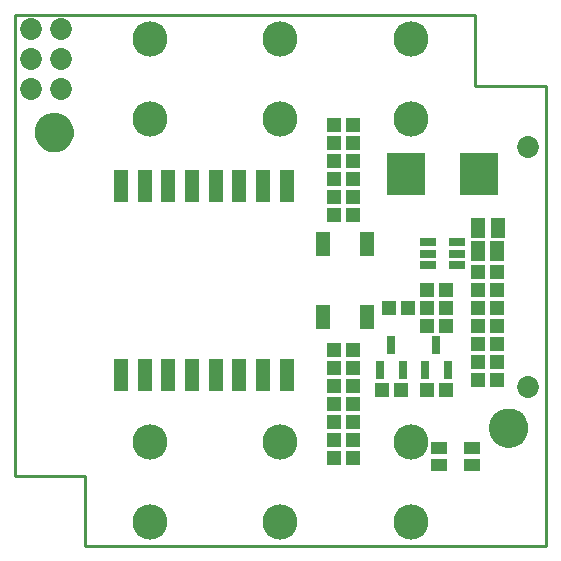
<source format=gbr>
G04 EAGLE Gerber RS-274X export*
G75*
%MOMM*%
%FSLAX34Y34*%
%LPD*%
%INSoldermask Top*%
%IPPOS*%
%AMOC8*
5,1,8,0,0,1.08239X$1,22.5*%
G01*
%ADD10C,3.251200*%
%ADD11R,1.153200X1.203200*%
%ADD12R,1.173200X1.673200*%
%ADD13R,1.403200X0.803200*%
%ADD14R,3.203200X3.603200*%
%ADD15R,1.403200X1.103200*%
%ADD16R,1.303200X2.803200*%
%ADD17R,0.803200X1.503200*%
%ADD18C,1.853200*%
%ADD19R,1.303200X2.003200*%
%ADD20C,2.978200*%
%ADD21C,0.254000*%


D10*
X417830Y100330D03*
X33020Y350520D03*
D11*
X286130Y166370D03*
X270130Y166370D03*
D12*
X408940Y269240D03*
X392340Y269240D03*
X408350Y249510D03*
X391750Y249510D03*
D11*
X408050Y232410D03*
X392050Y232410D03*
X348870Y201930D03*
X364870Y201930D03*
X392050Y156210D03*
X408050Y156210D03*
X348870Y186690D03*
X364870Y186690D03*
X408050Y186690D03*
X392050Y186690D03*
D13*
X349450Y257150D03*
X349450Y247650D03*
X349450Y238150D03*
X374450Y238150D03*
X374450Y247650D03*
X374450Y257150D03*
D14*
X330950Y314960D03*
X392950Y314960D03*
D15*
X387380Y68950D03*
X359380Y68950D03*
X359380Y83450D03*
X387380Y83450D03*
D16*
X90020Y144790D03*
X110020Y144790D03*
X130020Y144790D03*
X150020Y144790D03*
X170020Y144790D03*
X190020Y144790D03*
X210020Y144790D03*
X230020Y144790D03*
X230020Y304790D03*
X210020Y304790D03*
X190020Y304790D03*
X170020Y304790D03*
X150020Y304790D03*
X130020Y304790D03*
X110020Y304790D03*
X90020Y304790D03*
D17*
X309270Y149520D03*
X328270Y149520D03*
X318770Y170520D03*
X347370Y149520D03*
X366370Y149520D03*
X356870Y170520D03*
D11*
X286130Y151130D03*
X270130Y151130D03*
X270130Y295910D03*
X286130Y295910D03*
X270130Y311150D03*
X286130Y311150D03*
X270130Y280670D03*
X286130Y280670D03*
X326770Y132080D03*
X310770Y132080D03*
X408050Y140970D03*
X392050Y140970D03*
X364870Y132080D03*
X348870Y132080D03*
X392050Y171450D03*
X408050Y171450D03*
X348870Y217170D03*
X364870Y217170D03*
X408050Y217170D03*
X392050Y217170D03*
X392050Y201930D03*
X408050Y201930D03*
X286130Y135890D03*
X270130Y135890D03*
X286130Y120650D03*
X270130Y120650D03*
X286130Y74930D03*
X270130Y74930D03*
X286130Y90170D03*
X270130Y90170D03*
X286130Y105410D03*
X270130Y105410D03*
X270130Y326390D03*
X286130Y326390D03*
X270130Y341630D03*
X286130Y341630D03*
X286130Y356870D03*
X270130Y356870D03*
D18*
X434340Y337820D03*
X434340Y134620D03*
D19*
X260900Y193790D03*
X260900Y255790D03*
X297900Y193790D03*
X297900Y255790D03*
D20*
X114300Y361790D03*
X114300Y87790D03*
X114300Y429290D03*
X114300Y20290D03*
X224790Y361790D03*
X224790Y87790D03*
X224790Y429290D03*
X224790Y20290D03*
X335280Y361790D03*
X335280Y87790D03*
X335280Y429290D03*
X335280Y20290D03*
D18*
X39370Y438150D03*
X39370Y412750D03*
X39370Y387350D03*
X13970Y438150D03*
X13970Y412750D03*
X13970Y387350D03*
D11*
X317120Y201930D03*
X333120Y201930D03*
D21*
X0Y59690D02*
X59690Y59690D01*
X59690Y0D01*
X449580Y0D01*
X449580Y389890D01*
X389890Y389890D01*
X389890Y449580D01*
X0Y449580D01*
X0Y59690D01*
X433070Y99786D02*
X432992Y98700D01*
X432837Y97622D01*
X432606Y96559D01*
X432299Y95514D01*
X431919Y94494D01*
X431467Y93504D01*
X430945Y92549D01*
X430356Y91633D01*
X429704Y90761D01*
X428991Y89939D01*
X428221Y89169D01*
X427399Y88456D01*
X426527Y87804D01*
X425611Y87215D01*
X424656Y86693D01*
X423666Y86241D01*
X422646Y85861D01*
X421601Y85554D01*
X420538Y85323D01*
X419460Y85168D01*
X418374Y85090D01*
X417286Y85090D01*
X416200Y85168D01*
X415122Y85323D01*
X414059Y85554D01*
X413014Y85861D01*
X411994Y86241D01*
X411004Y86693D01*
X410049Y87215D01*
X409133Y87804D01*
X408261Y88456D01*
X407439Y89169D01*
X406669Y89939D01*
X405956Y90761D01*
X405304Y91633D01*
X404715Y92549D01*
X404193Y93504D01*
X403741Y94494D01*
X403361Y95514D01*
X403054Y96559D01*
X402823Y97622D01*
X402668Y98700D01*
X402590Y99786D01*
X402590Y100874D01*
X402668Y101960D01*
X402823Y103038D01*
X403054Y104101D01*
X403361Y105146D01*
X403741Y106166D01*
X404193Y107156D01*
X404715Y108111D01*
X405304Y109027D01*
X405956Y109899D01*
X406669Y110721D01*
X407439Y111491D01*
X408261Y112204D01*
X409133Y112856D01*
X410049Y113445D01*
X411004Y113967D01*
X411994Y114419D01*
X413014Y114799D01*
X414059Y115106D01*
X415122Y115337D01*
X416200Y115492D01*
X417286Y115570D01*
X418374Y115570D01*
X419460Y115492D01*
X420538Y115337D01*
X421601Y115106D01*
X422646Y114799D01*
X423666Y114419D01*
X424656Y113967D01*
X425611Y113445D01*
X426527Y112856D01*
X427399Y112204D01*
X428221Y111491D01*
X428991Y110721D01*
X429704Y109899D01*
X430356Y109027D01*
X430945Y108111D01*
X431467Y107156D01*
X431919Y106166D01*
X432299Y105146D01*
X432606Y104101D01*
X432837Y103038D01*
X432992Y101960D01*
X433070Y100874D01*
X433070Y99786D01*
X48260Y349976D02*
X48182Y348890D01*
X48027Y347812D01*
X47796Y346749D01*
X47489Y345704D01*
X47109Y344684D01*
X46657Y343694D01*
X46135Y342739D01*
X45546Y341823D01*
X44894Y340951D01*
X44181Y340129D01*
X43411Y339359D01*
X42589Y338646D01*
X41717Y337994D01*
X40801Y337405D01*
X39846Y336883D01*
X38856Y336431D01*
X37836Y336051D01*
X36791Y335744D01*
X35728Y335513D01*
X34650Y335358D01*
X33564Y335280D01*
X32476Y335280D01*
X31390Y335358D01*
X30312Y335513D01*
X29249Y335744D01*
X28204Y336051D01*
X27184Y336431D01*
X26194Y336883D01*
X25239Y337405D01*
X24323Y337994D01*
X23451Y338646D01*
X22629Y339359D01*
X21859Y340129D01*
X21146Y340951D01*
X20494Y341823D01*
X19905Y342739D01*
X19383Y343694D01*
X18931Y344684D01*
X18551Y345704D01*
X18244Y346749D01*
X18013Y347812D01*
X17858Y348890D01*
X17780Y349976D01*
X17780Y351064D01*
X17858Y352150D01*
X18013Y353228D01*
X18244Y354291D01*
X18551Y355336D01*
X18931Y356356D01*
X19383Y357346D01*
X19905Y358301D01*
X20494Y359217D01*
X21146Y360089D01*
X21859Y360911D01*
X22629Y361681D01*
X23451Y362394D01*
X24323Y363046D01*
X25239Y363635D01*
X26194Y364157D01*
X27184Y364609D01*
X28204Y364989D01*
X29249Y365296D01*
X30312Y365527D01*
X31390Y365682D01*
X32476Y365760D01*
X33564Y365760D01*
X34650Y365682D01*
X35728Y365527D01*
X36791Y365296D01*
X37836Y364989D01*
X38856Y364609D01*
X39846Y364157D01*
X40801Y363635D01*
X41717Y363046D01*
X42589Y362394D01*
X43411Y361681D01*
X44181Y360911D01*
X44894Y360089D01*
X45546Y359217D01*
X46135Y358301D01*
X46657Y357346D01*
X47109Y356356D01*
X47489Y355336D01*
X47796Y354291D01*
X48027Y353228D01*
X48182Y352150D01*
X48260Y351064D01*
X48260Y349976D01*
M02*

</source>
